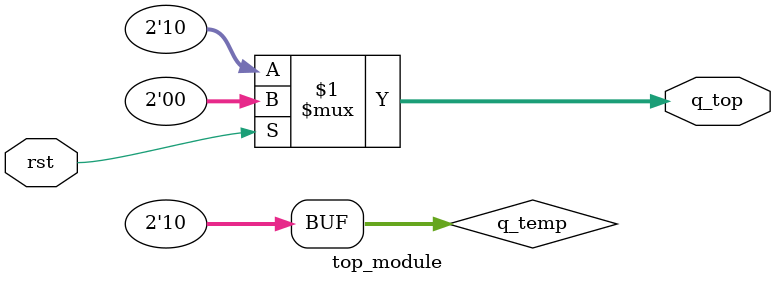
<source format=v>
module top_module (
	input 	 rst,/*
	input   [1:0] x_top, 
	input   [1:0] y_top,*/
	output  [1:0] q_top/*,
	output  [2:0] w*/
);

	wire [1:0] q_temp;
	assign q_temp = 2'b10;

	assign q_top = (rst) ? 2'd0 : q_temp;
	

endmodule

/* 
  [ODIN_HARD mux]
  -V ~/Desktop/yosys+odin/mux/mux.v -a ~/Desktop/yosys+odin/arch/k6_frac_N10_frac_chain_depop50_mem32K_40nm.xml -o ~/Desktop/yosys+odin/mux/odin_hard_mux.blif -t ~/Desktop/yosys+odin/mux/mux_input -T ~/Desktop/yosys+odin/mux/mux_output
  
  [YOSYS_BLIF_HARD_mux]
  -b ~/Desktop/yosys+odin/mux/yosys_mux.blif -a ~/Desktop/yosys+odin/arch/k6_frac_N10_frac_chain_depop50_mem32K_40nm.xml -o ~/Desktop/yosys+odin/mux/yosys+odin_hard_mux.blif --coarsen -t ~/Desktop/yosys+odin/mux/mux_input -T ~/Desktop/yosys+odin/mux/mux_output
  
  [ODIN_SOFT_mux]
  -V ~/Desktop/yosys+odin/mux/mux.v -o ~/Desktop/yosys+odin/mux/odin_soft_mux.blif -t ~/Desktop/yosys+odin/mux/mux_input -T ~/Desktop/yosys+odin/mux/mux_output
  
  [YOSYS_BLIF_SOFT_mux]
  -b ~/Desktop/yosys+odin/mux/yosys_mux.blif -o ~/Desktop/yosys+odin/mux/yosys+odin_soft_mux.blif --coarsen -t ~/Desktop/yosys+odin/mux/mux_input -T ~/Desktop/yosys+odin/mux/mux_output
  
  [YOSYS_CMD]
  read_verilog ~/Desktop/yosys+odin/mux/mux.v; proc; opt; write_blif -top top_module ~/Desktop/yosys+odin/mux/yosys_mux.blif;
*/

</source>
